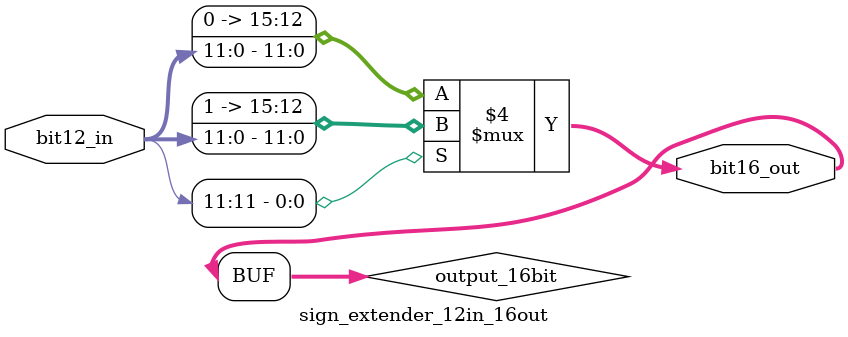
<source format=v>
`timescale 1ns / 1ps
module sign_extender_12in_16out(
    input [11:0] bit12_in,
    output [15:0] bit16_out
    );

	//register declaration and assingment
	reg [15:0] output_16bit;
	assign bit16_out = output_16bit;
	
	//sign extension
	always@(*)
	begin
		if( bit12_in[11] == 1)
			output_16bit = {4'b1111,bit12_in};
		else
			output_16bit = {4'b0000,bit12_in};
		
	end

endmodule

</source>
